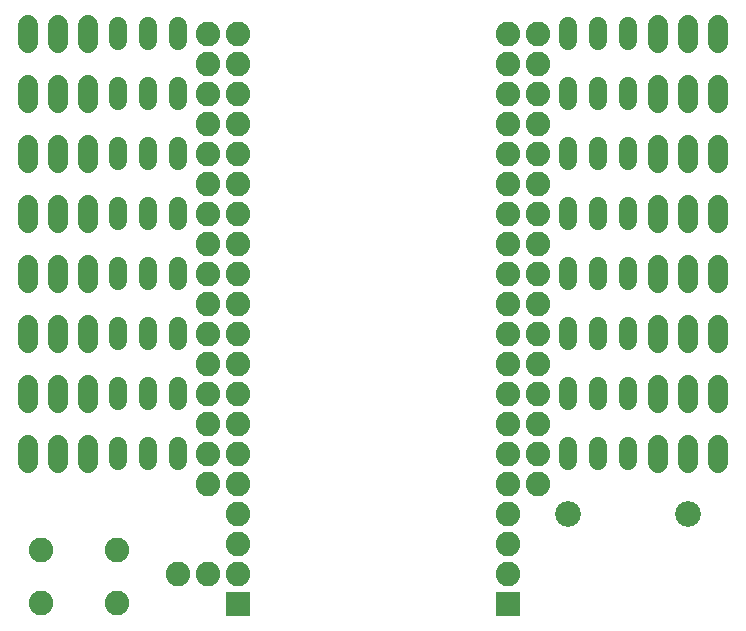
<source format=gbr>
G04 EAGLE Gerber RS-274X export*
G75*
%MOMM*%
%FSLAX34Y34*%
%LPD*%
%INSoldermask Top*%
%IPPOS*%
%AMOC8*
5,1,8,0,0,1.08239X$1,22.5*%
G01*
%ADD10R,2.082800X2.082800*%
%ADD11C,2.082800*%
%ADD12C,1.524000*%
%ADD13C,1.727200*%
%ADD14C,2.184400*%


D10*
X228600Y25400D03*
D11*
X228600Y50800D03*
X228600Y76200D03*
X228600Y101600D03*
X228600Y127000D03*
X228600Y152400D03*
X228600Y177800D03*
X228600Y203200D03*
X228600Y228600D03*
X228600Y254000D03*
X228600Y279400D03*
X228600Y304800D03*
X228600Y330200D03*
X228600Y355600D03*
X228600Y381000D03*
X228600Y406400D03*
X228600Y431800D03*
X228600Y457200D03*
X228600Y482600D03*
X228600Y508000D03*
D10*
X457200Y25400D03*
D11*
X457200Y50800D03*
X457200Y76200D03*
X457200Y101600D03*
X457200Y127000D03*
X457200Y152400D03*
X457200Y177800D03*
X457200Y203200D03*
X457200Y228600D03*
X457200Y254000D03*
X457200Y279400D03*
X457200Y304800D03*
X457200Y330200D03*
X457200Y355600D03*
X457200Y381000D03*
X457200Y406400D03*
X457200Y431800D03*
X457200Y457200D03*
X457200Y482600D03*
X457200Y508000D03*
D12*
X558800Y311404D02*
X558800Y298196D01*
X508000Y298196D02*
X508000Y311404D01*
X533400Y311404D02*
X533400Y298196D01*
X127000Y450596D02*
X127000Y463804D01*
X177800Y463804D02*
X177800Y450596D01*
X152400Y450596D02*
X152400Y463804D01*
X127000Y413004D02*
X127000Y399796D01*
X177800Y399796D02*
X177800Y413004D01*
X152400Y413004D02*
X152400Y399796D01*
X127000Y362204D02*
X127000Y348996D01*
X177800Y348996D02*
X177800Y362204D01*
X152400Y362204D02*
X152400Y348996D01*
X127000Y311404D02*
X127000Y298196D01*
X177800Y298196D02*
X177800Y311404D01*
X152400Y311404D02*
X152400Y298196D01*
X127000Y260604D02*
X127000Y247396D01*
X177800Y247396D02*
X177800Y260604D01*
X152400Y260604D02*
X152400Y247396D01*
X127000Y209804D02*
X127000Y196596D01*
X177800Y196596D02*
X177800Y209804D01*
X152400Y209804D02*
X152400Y196596D01*
X127000Y159004D02*
X127000Y145796D01*
X177800Y145796D02*
X177800Y159004D01*
X152400Y159004D02*
X152400Y145796D01*
X558800Y348996D02*
X558800Y362204D01*
X508000Y362204D02*
X508000Y348996D01*
X533400Y348996D02*
X533400Y362204D01*
X558800Y399796D02*
X558800Y413004D01*
X508000Y413004D02*
X508000Y399796D01*
X533400Y399796D02*
X533400Y413004D01*
X558800Y450596D02*
X558800Y463804D01*
X508000Y463804D02*
X508000Y450596D01*
X533400Y450596D02*
X533400Y463804D01*
X558800Y501396D02*
X558800Y514604D01*
X508000Y514604D02*
X508000Y501396D01*
X533400Y501396D02*
X533400Y514604D01*
X558800Y260604D02*
X558800Y247396D01*
X508000Y247396D02*
X508000Y260604D01*
X533400Y260604D02*
X533400Y247396D01*
X558800Y209804D02*
X558800Y196596D01*
X508000Y196596D02*
X508000Y209804D01*
X533400Y209804D02*
X533400Y196596D01*
X558800Y159004D02*
X558800Y145796D01*
X508000Y145796D02*
X508000Y159004D01*
X533400Y159004D02*
X533400Y145796D01*
X127000Y501396D02*
X127000Y514604D01*
X177800Y514604D02*
X177800Y501396D01*
X152400Y501396D02*
X152400Y514604D01*
D11*
X203200Y127000D03*
X203200Y152400D03*
X482600Y431800D03*
X482600Y457200D03*
X482600Y381000D03*
X482600Y406400D03*
X482600Y330200D03*
X482600Y355600D03*
X482600Y279400D03*
X482600Y304800D03*
X482600Y228600D03*
X482600Y254000D03*
X482600Y177800D03*
X482600Y203200D03*
X482600Y152400D03*
X482600Y127000D03*
X203200Y177800D03*
X203200Y203200D03*
X203200Y254000D03*
X203200Y228600D03*
X203200Y304800D03*
X203200Y279400D03*
X203200Y355600D03*
X203200Y330200D03*
X203200Y406400D03*
X203200Y381000D03*
X203200Y457200D03*
X203200Y431800D03*
X203200Y508000D03*
X203200Y482600D03*
X482600Y482600D03*
X482600Y508000D03*
D13*
X584200Y500380D02*
X584200Y515620D01*
X609600Y515620D02*
X609600Y500380D01*
X635000Y500380D02*
X635000Y515620D01*
X101600Y210820D02*
X101600Y195580D01*
X76200Y195580D02*
X76200Y210820D01*
X50800Y210820D02*
X50800Y195580D01*
X101600Y246380D02*
X101600Y261620D01*
X76200Y261620D02*
X76200Y246380D01*
X50800Y246380D02*
X50800Y261620D01*
X101600Y297180D02*
X101600Y312420D01*
X76200Y312420D02*
X76200Y297180D01*
X50800Y297180D02*
X50800Y312420D01*
X101600Y347980D02*
X101600Y363220D01*
X76200Y363220D02*
X76200Y347980D01*
X50800Y347980D02*
X50800Y363220D01*
X101600Y398780D02*
X101600Y414020D01*
X76200Y414020D02*
X76200Y398780D01*
X50800Y398780D02*
X50800Y414020D01*
X101600Y449580D02*
X101600Y464820D01*
X76200Y464820D02*
X76200Y449580D01*
X50800Y449580D02*
X50800Y464820D01*
X101600Y500380D02*
X101600Y515620D01*
X76200Y515620D02*
X76200Y500380D01*
X50800Y500380D02*
X50800Y515620D01*
X584200Y464820D02*
X584200Y449580D01*
X609600Y449580D02*
X609600Y464820D01*
X635000Y464820D02*
X635000Y449580D01*
X584200Y414020D02*
X584200Y398780D01*
X609600Y398780D02*
X609600Y414020D01*
X635000Y414020D02*
X635000Y398780D01*
X584200Y363220D02*
X584200Y347980D01*
X609600Y347980D02*
X609600Y363220D01*
X635000Y363220D02*
X635000Y347980D01*
X584200Y312420D02*
X584200Y297180D01*
X609600Y297180D02*
X609600Y312420D01*
X635000Y312420D02*
X635000Y297180D01*
X584200Y261620D02*
X584200Y246380D01*
X609600Y246380D02*
X609600Y261620D01*
X635000Y261620D02*
X635000Y246380D01*
X584200Y210820D02*
X584200Y195580D01*
X609600Y195580D02*
X609600Y210820D01*
X635000Y210820D02*
X635000Y195580D01*
X584200Y160020D02*
X584200Y144780D01*
X609600Y144780D02*
X609600Y160020D01*
X635000Y160020D02*
X635000Y144780D01*
X101600Y144780D02*
X101600Y160020D01*
X76200Y160020D02*
X76200Y144780D01*
X50800Y144780D02*
X50800Y160020D01*
D11*
X126492Y25654D03*
X61468Y25654D03*
X126492Y70866D03*
X61468Y70866D03*
X177800Y50800D03*
X203200Y50800D03*
D14*
X508000Y101600D03*
X609600Y101600D03*
M02*

</source>
